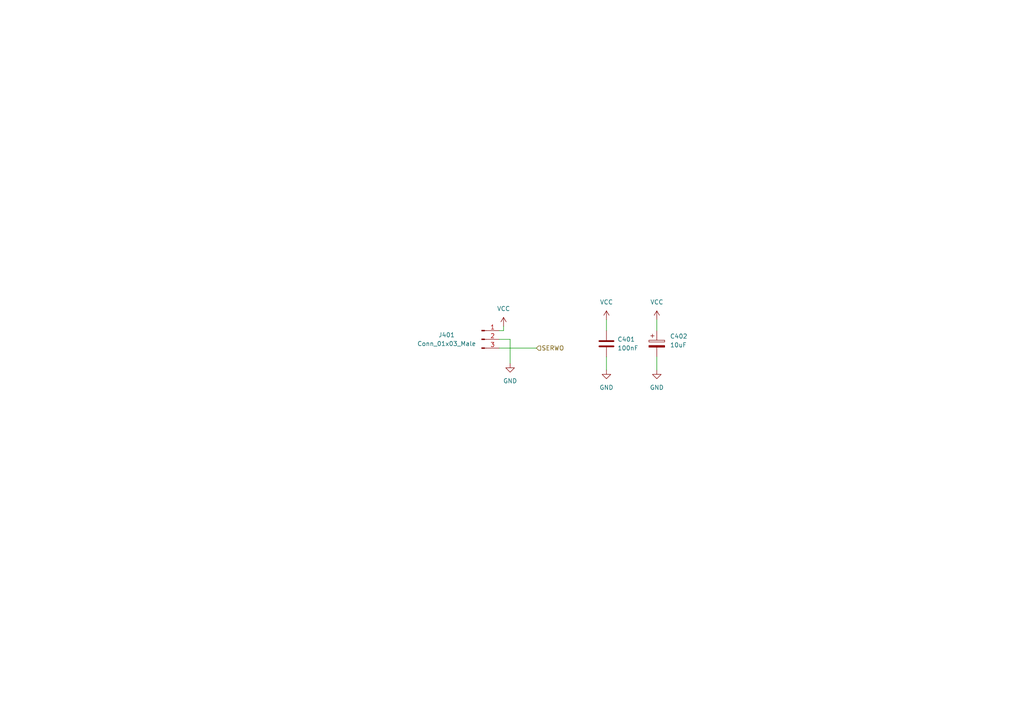
<source format=kicad_sch>
(kicad_sch (version 20211123) (generator eeschema)
  (paper "A4")
  (lib_symbols
    (symbol "Connector:Conn_01x03_Male" (pin_names (offset 1.016) hide)
      (property "Reference" "J" (at 0 5.08 0))
      (property "Value" "Conn_01x03_Male" (at 0 -5.08 0))
      (symbol "Conn_01x03_Male_1_1"
        (polyline (pts (xy 1.27 -2.54) (xy 0.8636 -2.54)) (stroke (width 0.1524)))
        (polyline (pts (xy 1.27 0) (xy 0.8636 0)) (stroke (width 0.1524)))
        (polyline (pts (xy 1.27 2.54) (xy 0.8636 2.54)) (stroke (width 0.1524)))
        (rectangle (start 0.8636 -2.413) (end 0 -2.667) (stroke (width 0.1524)) (fill (type outline)))
        (rectangle (start 0.8636 0.127) (end 0 -0.127) (stroke (width 0.1524)) (fill (type outline)))
        (rectangle (start 0.8636 2.667) (end 0 2.413) (stroke (width 0.1524)) (fill (type outline)))
        (pin passive line (at 5.08 2.54 180) (length 3.81) (name "Pin_1") (number "1"))
        (pin passive line (at 5.08 0 180) (length 3.81) (name "Pin_2") (number "2"))
        (pin passive line (at 5.08 -2.54 180) (length 3.81) (name "Pin_3") (number "3"))
      )
    )
    (symbol "Device:C" (pin_numbers hide) (pin_names (offset 0.254))
      (property "Reference" "C" (at 0.635 2.54 0))
      (property "Value" "C" (at 0.635 -2.54 0))
      (symbol "C_0_1"
        (polyline (pts (xy -2.032 -0.762) (xy 2.032 -0.762)) (stroke (width 0.508)))
        (polyline (pts (xy -2.032 0.762) (xy 2.032 0.762)) (stroke (width 0.508)))
      )
      (symbol "C_1_1"
        (pin passive line (at 0 3.81 270) (length 2.794) (name "~") (number "1"))
        (pin passive line (at 0 -3.81 90) (length 2.794) (name "~") (number "2"))
      )
    )
    (symbol "Device:C_Polarized" (pin_numbers hide) (pin_names (offset 0.254))
      (property "Reference" "C" (at 0.635 2.54 0))
      (property "Value" "C_Polarized" (at 0.635 -2.54 0))
      (symbol "C_Polarized_0_1"
        (rectangle (start -2.286 0.508) (end 2.286 1.016))
        (polyline (pts (xy -1.778 2.286) (xy -0.762 2.286)))
        (polyline (pts (xy -1.27 2.794) (xy -1.27 1.778)))
        (rectangle (start 2.286 -0.508) (end -2.286 -1.016) (fill (type outline)))
      )
      (symbol "C_Polarized_1_1"
        (pin passive line (at 0 3.81 270) (length 2.794) (name "~") (number "1"))
        (pin passive line (at 0 -3.81 90) (length 2.794) (name "~") (number "2"))
      )
    )
    (symbol "power:GND" (power) (pin_names (offset 0))
      (property "Value" "GND" (at 0 -3.81 0))
      (symbol "GND_0_1"
        (polyline (pts (xy 0 0) (xy 0 -1.27) (xy 1.27 -1.27) (xy 0 -2.54) (xy -1.27 -1.27) (xy 0 -1.27)))
      )
      (symbol "GND_1_1"
        (pin power_in line (at 0 0 270) (length 0) hide (name "GND") (number "1"))
      )
    )
    (symbol "power:VCC" (power) (pin_names (offset 0))
      (property "Value" "VCC" (at 0 3.81 0))
      (symbol "VCC_0_1"
        (polyline (pts (xy -0.762 1.27) (xy 0 2.54)))
        (polyline (pts (xy 0 0) (xy 0 2.54)))
        (polyline (pts (xy 0 2.54) (xy 0.762 1.27)))
      )
      (symbol "VCC_1_1"
        (pin power_in line (at 0 0 90) (length 0) hide (name "VCC") (number "1"))
      )
    )
  )
  (wire (pts (xy 146.05 94.615) (xy 146.05 95.885)))
  (wire (pts (xy 144.78 100.965) (xy 155.575 100.965)))
  (wire (pts (xy 190.5 92.71) (xy 190.5 95.885)))
  (wire (pts (xy 144.78 95.885) (xy 146.05 95.885)))
  (wire (pts (xy 175.895 92.71) (xy 175.895 95.885)))
  (wire (pts (xy 190.5 103.505) (xy 190.5 107.315)))
  (wire (pts (xy 175.895 103.505) (xy 175.895 107.315)))
  (wire (pts (xy 144.78 98.425) (xy 147.955 98.425)))
  (wire (pts (xy 147.955 98.425) (xy 147.955 105.41)))
  (hierarchical_label "SERWO" (shape input) (at 155.575 100.965 0))
  (symbol (lib_id "power:GND") (at 190.5 107.315 0) (mirror y) (unit 1)
    (property "Reference" "#PWR0406" (effects hide))
    (property "Value" "GND" (at 190.5 112.395 0))
  )
  (symbol (lib_id "power:VCC") (at 146.05 94.615 0) (unit 1)
    (property "Reference" "#PWR0401" (effects hide))
    (property "Value" "VCC" (at 146.05 89.535 0))
  )
  (symbol (lib_id "Connector:Conn_01x03_Male") (at 139.7 98.425 0) (unit 1)
    (property "Reference" "J401" (at 129.54 97.155 0))
    (property "Value" "Conn_01x03_Male" (at 129.54 99.695 0))
    (property "Footprint" "Connector_JST:JST_XH_B3B-XH-A_1x03_P2.50mm_Vertical" (effects hide))
  )
  (symbol (lib_id "power:VCC") (at 190.5 92.71 0) (unit 1)
    (property "Reference" "#PWR0405" (effects hide))
    (property "Value" "VCC" (at 190.5 87.63 0))
  )
  (symbol (lib_id "power:VCC") (at 175.895 92.71 0) (unit 1)
    (property "Reference" "#PWR0403" (effects hide))
    (property "Value" "VCC" (at 175.895 87.63 0))
  )
  (symbol (lib_id "Device:C_Polarized") (at 190.5 99.695 0) (unit 1)
    (property "Reference" "C402" (at 194.31 97.5359 0) (effects (justify left)))
    (property "Value" "10uF" (at 194.31 100.0759 0) (effects (justify left)))
    (property "Footprint" "Capacitor_THT:CP_Radial_D5.0mm_P2.00mm" (effects hide))
  )
  (symbol (lib_id "power:GND") (at 147.955 105.41 0) (mirror y) (unit 1)
    (property "Reference" "#PWR0402" (effects hide))
    (property "Value" "GND" (at 147.955 110.49 0))
  )
  (symbol (lib_id "Device:C") (at 175.895 99.695 0) (unit 1)
    (property "Reference" "C401" (at 179.07 98.4249 0) (effects (justify left)))
    (property "Value" "100nF" (at 179.07 100.9649 0) (effects (justify left)))
    (property "Footprint" "Capacitor_THT:C_Disc_D3.0mm_W1.6mm_P2.50mm" (effects hide))
  )
  (symbol (lib_id "power:GND") (at 175.895 107.315 0) (mirror y) (unit 1)
    (property "Reference" "#PWR0404" (effects hide))
    (property "Value" "GND" (at 175.895 112.395 0))
  )
)
</source>
